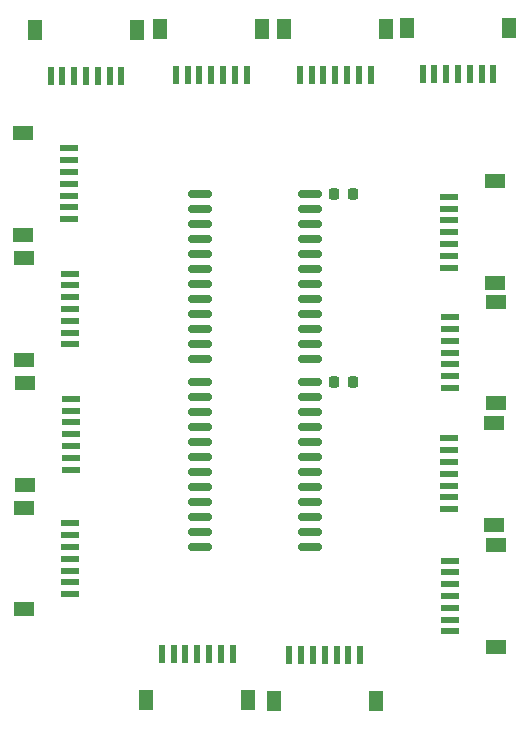
<source format=gbr>
%TF.GenerationSoftware,KiCad,Pcbnew,9.0.0*%
%TF.CreationDate,2025-04-21T19:22:59+08:00*%
%TF.ProjectId,transform,7472616e-7366-46f7-926d-2e6b69636164,rev?*%
%TF.SameCoordinates,Original*%
%TF.FileFunction,Soldermask,Top*%
%TF.FilePolarity,Negative*%
%FSLAX46Y46*%
G04 Gerber Fmt 4.6, Leading zero omitted, Abs format (unit mm)*
G04 Created by KiCad (PCBNEW 9.0.0) date 2025-04-21 19:22:59*
%MOMM*%
%LPD*%
G01*
G04 APERTURE LIST*
G04 Aperture macros list*
%AMRoundRect*
0 Rectangle with rounded corners*
0 $1 Rounding radius*
0 $2 $3 $4 $5 $6 $7 $8 $9 X,Y pos of 4 corners*
0 Add a 4 corners polygon primitive as box body*
4,1,4,$2,$3,$4,$5,$6,$7,$8,$9,$2,$3,0*
0 Add four circle primitives for the rounded corners*
1,1,$1+$1,$2,$3*
1,1,$1+$1,$4,$5*
1,1,$1+$1,$6,$7*
1,1,$1+$1,$8,$9*
0 Add four rect primitives between the rounded corners*
20,1,$1+$1,$2,$3,$4,$5,0*
20,1,$1+$1,$4,$5,$6,$7,0*
20,1,$1+$1,$6,$7,$8,$9,0*
20,1,$1+$1,$8,$9,$2,$3,0*%
G04 Aperture macros list end*
%ADD10R,1.200000X1.800000*%
%ADD11R,0.600000X1.550000*%
%ADD12R,1.550000X0.600000*%
%ADD13R,1.800000X1.200000*%
%ADD14RoundRect,0.150000X-0.875000X-0.150000X0.875000X-0.150000X0.875000X0.150000X-0.875000X0.150000X0*%
%ADD15RoundRect,0.225000X-0.225000X-0.250000X0.225000X-0.250000X0.225000X0.250000X-0.225000X0.250000X0*%
G04 APERTURE END LIST*
D10*
%TO.C,J17*%
X76676000Y-79360990D03*
X85276000Y-79360990D03*
D11*
X77976000Y-83235990D03*
X78976000Y-83235990D03*
X79976000Y-83235990D03*
X80976000Y-83235990D03*
X81976000Y-83235990D03*
X82976000Y-83235990D03*
X83976000Y-83235990D03*
%TD*%
D12*
%TO.C,J11*%
X48134320Y-121300000D03*
X48134320Y-122300000D03*
X48134320Y-123300000D03*
X48134320Y-124300000D03*
X48134320Y-125300000D03*
X48134320Y-126300000D03*
X48134320Y-127300000D03*
D13*
X44259320Y-120000000D03*
X44259320Y-128600000D03*
%TD*%
D12*
%TO.C,J14*%
X48037330Y-89556990D03*
X48037330Y-90556990D03*
X48037330Y-91556990D03*
X48037330Y-92556990D03*
X48037330Y-93556990D03*
X48037330Y-94556990D03*
X48037330Y-95556990D03*
D13*
X44162330Y-88256990D03*
X44162330Y-96856990D03*
%TD*%
%TO.C,J22*%
X84157670Y-123154660D03*
X84157670Y-131754660D03*
D12*
X80282670Y-124454660D03*
X80282670Y-125454660D03*
X80282670Y-126454660D03*
X80282670Y-127454660D03*
X80282670Y-128454660D03*
X80282670Y-129454660D03*
X80282670Y-130454660D03*
%TD*%
D13*
%TO.C,J12*%
X44322330Y-118056990D03*
X44322330Y-109456990D03*
D12*
X48197330Y-116756990D03*
X48197330Y-115756990D03*
X48197330Y-114756990D03*
X48197330Y-113756990D03*
X48197330Y-112756990D03*
X48197330Y-111756990D03*
X48197330Y-110756990D03*
%TD*%
D13*
%TO.C,J13*%
X44242330Y-107456990D03*
X44242330Y-98856990D03*
D12*
X48117330Y-106156990D03*
X48117330Y-105156990D03*
X48117330Y-104156990D03*
X48117330Y-103156990D03*
X48117330Y-102156990D03*
X48117330Y-101156990D03*
X48117330Y-100156990D03*
%TD*%
D10*
%TO.C,J15*%
X45173670Y-79560990D03*
X53773670Y-79560990D03*
D11*
X46473670Y-83435990D03*
X47473670Y-83435990D03*
X48473670Y-83435990D03*
X49473670Y-83435990D03*
X50473670Y-83435990D03*
X51473670Y-83435990D03*
X52473670Y-83435990D03*
%TD*%
D10*
%TO.C,J16*%
X55773670Y-79480990D03*
X64373670Y-79480990D03*
D11*
X57073670Y-83355990D03*
X58073670Y-83355990D03*
X59073670Y-83355990D03*
X60073670Y-83355990D03*
X61073670Y-83355990D03*
X62073670Y-83355990D03*
X63073670Y-83355990D03*
%TD*%
D14*
%TO.C,U8*%
X68405000Y-93400000D03*
X68405000Y-94670000D03*
X68405000Y-95940000D03*
X68405000Y-97210000D03*
X68405000Y-98480000D03*
X68405000Y-99750000D03*
X68405000Y-101020000D03*
X68405000Y-102290000D03*
X68405000Y-103560000D03*
X68405000Y-104830000D03*
X68405000Y-106100000D03*
X68405000Y-107370000D03*
X59105000Y-107370000D03*
X59105000Y-106100000D03*
X59105000Y-104830000D03*
X59105000Y-103560000D03*
X59105000Y-102290000D03*
X59105000Y-101020000D03*
X59105000Y-99750000D03*
X59105000Y-98480000D03*
X59105000Y-97210000D03*
X59105000Y-95940000D03*
X59105000Y-94670000D03*
X59105000Y-93400000D03*
%TD*%
D12*
%TO.C,J21*%
X80186670Y-120110485D03*
X80186670Y-119110485D03*
X80186670Y-118110485D03*
X80186670Y-117110485D03*
X80186670Y-116110485D03*
X80186670Y-115110485D03*
X80186670Y-114110485D03*
D13*
X84061670Y-121410485D03*
X84061670Y-112810485D03*
%TD*%
D12*
%TO.C,J20*%
X80290670Y-109854660D03*
X80290670Y-108854660D03*
X80290670Y-107854660D03*
X80290670Y-106854660D03*
X80290670Y-105854660D03*
X80290670Y-104854660D03*
X80290670Y-103854660D03*
D13*
X84165670Y-111154660D03*
X84165670Y-102554660D03*
%TD*%
D12*
%TO.C,J19*%
X80194670Y-99654660D03*
X80194670Y-98654660D03*
X80194670Y-97654660D03*
X80194670Y-96654660D03*
X80194670Y-95654660D03*
X80194670Y-94654660D03*
X80194670Y-93654660D03*
D13*
X84069670Y-100954660D03*
X84069670Y-92354660D03*
%TD*%
D11*
%TO.C,J18*%
X73576000Y-83331990D03*
X72576000Y-83331990D03*
X71576000Y-83331990D03*
X70576000Y-83331990D03*
X69576000Y-83331990D03*
X68576000Y-83331990D03*
X67576000Y-83331990D03*
D10*
X74876000Y-79456990D03*
X66276000Y-79456990D03*
%TD*%
D11*
%TO.C,J10*%
X66700000Y-132472670D03*
X67700000Y-132472670D03*
X68700000Y-132472670D03*
X69700000Y-132472670D03*
X70700000Y-132472670D03*
X71700000Y-132472670D03*
X72700000Y-132472670D03*
D10*
X65400000Y-136347670D03*
X74000000Y-136347670D03*
%TD*%
D11*
%TO.C,J6*%
X55900000Y-132370340D03*
X56900000Y-132370340D03*
X57900000Y-132370340D03*
X58900000Y-132370340D03*
X59900000Y-132370340D03*
X60900000Y-132370340D03*
X61900000Y-132370340D03*
D10*
X54600000Y-136245340D03*
X63200000Y-136245340D03*
%TD*%
D14*
%TO.C,U9*%
X59120000Y-109320000D03*
X59120000Y-110590000D03*
X59120000Y-111860000D03*
X59120000Y-113130000D03*
X59120000Y-114400000D03*
X59120000Y-115670000D03*
X59120000Y-116940000D03*
X59120000Y-118210000D03*
X59120000Y-119480000D03*
X59120000Y-120750000D03*
X59120000Y-122020000D03*
X59120000Y-123290000D03*
X68420000Y-123290000D03*
X68420000Y-122020000D03*
X68420000Y-120750000D03*
X68420000Y-119480000D03*
X68420000Y-118210000D03*
X68420000Y-116940000D03*
X68420000Y-115670000D03*
X68420000Y-114400000D03*
X68420000Y-113130000D03*
X68420000Y-111860000D03*
X68420000Y-110590000D03*
X68420000Y-109320000D03*
%TD*%
D15*
%TO.C,C43*%
X70504939Y-109320006D03*
X72054939Y-109320006D03*
%TD*%
%TO.C,C42*%
X70504939Y-93400002D03*
X72054939Y-93400002D03*
%TD*%
M02*

</source>
